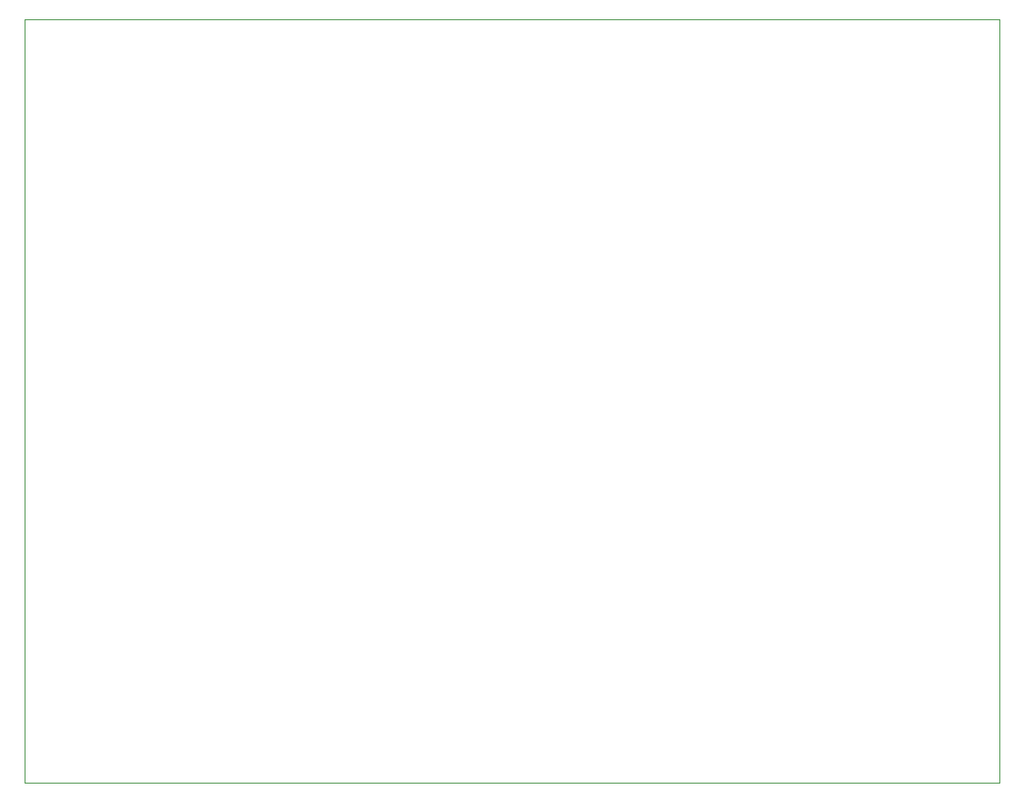
<source format=gbr>
G04 #@! TF.GenerationSoftware,KiCad,Pcbnew,(5.1.2)-2*
G04 #@! TF.CreationDate,2019-07-21T11:30:30+08:00*
G04 #@! TF.ProjectId,SPI,5350492e-6b69-4636-9164-5f7063625858,rev?*
G04 #@! TF.SameCoordinates,Original*
G04 #@! TF.FileFunction,Profile,NP*
%FSLAX46Y46*%
G04 Gerber Fmt 4.6, Leading zero omitted, Abs format (unit mm)*
G04 Created by KiCad (PCBNEW (5.1.2)-2) date 2019-07-21 11:30:30*
%MOMM*%
%LPD*%
G04 APERTURE LIST*
%ADD10C,0.050000*%
G04 APERTURE END LIST*
D10*
X105410000Y-74295000D02*
X150495000Y-74295000D01*
X105410000Y-147955000D02*
X105410000Y-74295000D01*
X199390000Y-147955000D02*
X105410000Y-147955000D01*
X199390000Y-74295000D02*
X199390000Y-147955000D01*
X150495000Y-74295000D02*
X199390000Y-74295000D01*
M02*

</source>
